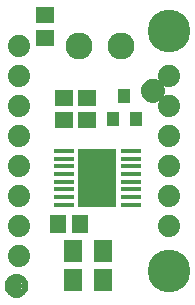
<source format=gbr>
G04 EAGLE Gerber RS-274X export*
G75*
%MOMM*%
%FSLAX34Y34*%
%LPD*%
%INSoldermask Top*%
%IPPOS*%
%AMOC8*
5,1,8,0,0,1.08239X$1,22.5*%
G01*
%ADD10R,1.701600X0.401600*%
%ADD11R,3.301600X4.901600*%
%ADD12R,1.501600X1.901600*%
%ADD13C,2.286000*%
%ADD14R,1.101600X1.301600*%
%ADD15R,1.341600X1.601600*%
%ADD16R,1.601600X1.341600*%
%ADD17C,1.101600*%
%ADD18C,0.500000*%
%ADD19C,3.617600*%
%ADD20C,1.879600*%


D10*
X96580Y68690D03*
X96580Y75190D03*
X96580Y81690D03*
X96580Y88190D03*
X96580Y94690D03*
X96580Y101190D03*
X96580Y107690D03*
X96580Y114190D03*
X40580Y114190D03*
X40580Y107690D03*
X40580Y101190D03*
X40580Y94690D03*
X40580Y88190D03*
X40580Y81690D03*
X40580Y75190D03*
X40580Y68690D03*
D11*
X68580Y91440D03*
D12*
X73660Y29210D03*
X48260Y29210D03*
X73660Y5080D03*
X48260Y5080D03*
D13*
X53120Y203200D03*
X88120Y203200D03*
D14*
X91440Y161130D03*
X100940Y141130D03*
X81940Y141130D03*
D15*
X34950Y52070D03*
X53950Y52070D03*
D16*
X40640Y159360D03*
X40640Y140360D03*
X24130Y210210D03*
X24130Y229210D03*
X59690Y159360D03*
X59690Y140360D03*
D17*
X115570Y165100D03*
D18*
X115570Y172600D02*
X115389Y172598D01*
X115208Y172591D01*
X115027Y172580D01*
X114846Y172565D01*
X114666Y172545D01*
X114486Y172521D01*
X114307Y172493D01*
X114129Y172460D01*
X113952Y172423D01*
X113775Y172382D01*
X113600Y172337D01*
X113425Y172287D01*
X113252Y172233D01*
X113081Y172175D01*
X112910Y172113D01*
X112742Y172046D01*
X112575Y171976D01*
X112409Y171902D01*
X112246Y171823D01*
X112085Y171741D01*
X111925Y171655D01*
X111768Y171565D01*
X111613Y171471D01*
X111460Y171374D01*
X111310Y171272D01*
X111162Y171168D01*
X111016Y171059D01*
X110874Y170948D01*
X110734Y170832D01*
X110597Y170714D01*
X110462Y170592D01*
X110331Y170467D01*
X110203Y170339D01*
X110078Y170208D01*
X109956Y170073D01*
X109838Y169936D01*
X109722Y169796D01*
X109611Y169654D01*
X109502Y169508D01*
X109398Y169360D01*
X109296Y169210D01*
X109199Y169057D01*
X109105Y168902D01*
X109015Y168745D01*
X108929Y168585D01*
X108847Y168424D01*
X108768Y168261D01*
X108694Y168095D01*
X108624Y167928D01*
X108557Y167760D01*
X108495Y167589D01*
X108437Y167418D01*
X108383Y167245D01*
X108333Y167070D01*
X108288Y166895D01*
X108247Y166718D01*
X108210Y166541D01*
X108177Y166363D01*
X108149Y166184D01*
X108125Y166004D01*
X108105Y165824D01*
X108090Y165643D01*
X108079Y165462D01*
X108072Y165281D01*
X108070Y165100D01*
X115570Y172600D02*
X115751Y172598D01*
X115932Y172591D01*
X116113Y172580D01*
X116294Y172565D01*
X116474Y172545D01*
X116654Y172521D01*
X116833Y172493D01*
X117011Y172460D01*
X117188Y172423D01*
X117365Y172382D01*
X117540Y172337D01*
X117715Y172287D01*
X117888Y172233D01*
X118059Y172175D01*
X118230Y172113D01*
X118398Y172046D01*
X118565Y171976D01*
X118731Y171902D01*
X118894Y171823D01*
X119055Y171741D01*
X119215Y171655D01*
X119372Y171565D01*
X119527Y171471D01*
X119680Y171374D01*
X119830Y171272D01*
X119978Y171168D01*
X120124Y171059D01*
X120266Y170948D01*
X120406Y170832D01*
X120543Y170714D01*
X120678Y170592D01*
X120809Y170467D01*
X120937Y170339D01*
X121062Y170208D01*
X121184Y170073D01*
X121302Y169936D01*
X121418Y169796D01*
X121529Y169654D01*
X121638Y169508D01*
X121742Y169360D01*
X121844Y169210D01*
X121941Y169057D01*
X122035Y168902D01*
X122125Y168745D01*
X122211Y168585D01*
X122293Y168424D01*
X122372Y168261D01*
X122446Y168095D01*
X122516Y167928D01*
X122583Y167760D01*
X122645Y167589D01*
X122703Y167418D01*
X122757Y167245D01*
X122807Y167070D01*
X122852Y166895D01*
X122893Y166718D01*
X122930Y166541D01*
X122963Y166363D01*
X122991Y166184D01*
X123015Y166004D01*
X123035Y165824D01*
X123050Y165643D01*
X123061Y165462D01*
X123068Y165281D01*
X123070Y165100D01*
X123068Y164919D01*
X123061Y164738D01*
X123050Y164557D01*
X123035Y164376D01*
X123015Y164196D01*
X122991Y164016D01*
X122963Y163837D01*
X122930Y163659D01*
X122893Y163482D01*
X122852Y163305D01*
X122807Y163130D01*
X122757Y162955D01*
X122703Y162782D01*
X122645Y162611D01*
X122583Y162440D01*
X122516Y162272D01*
X122446Y162105D01*
X122372Y161939D01*
X122293Y161776D01*
X122211Y161615D01*
X122125Y161455D01*
X122035Y161298D01*
X121941Y161143D01*
X121844Y160990D01*
X121742Y160840D01*
X121638Y160692D01*
X121529Y160546D01*
X121418Y160404D01*
X121302Y160264D01*
X121184Y160127D01*
X121062Y159992D01*
X120937Y159861D01*
X120809Y159733D01*
X120678Y159608D01*
X120543Y159486D01*
X120406Y159368D01*
X120266Y159252D01*
X120124Y159141D01*
X119978Y159032D01*
X119830Y158928D01*
X119680Y158826D01*
X119527Y158729D01*
X119372Y158635D01*
X119215Y158545D01*
X119055Y158459D01*
X118894Y158377D01*
X118731Y158298D01*
X118565Y158224D01*
X118398Y158154D01*
X118230Y158087D01*
X118059Y158025D01*
X117888Y157967D01*
X117715Y157913D01*
X117540Y157863D01*
X117365Y157818D01*
X117188Y157777D01*
X117011Y157740D01*
X116833Y157707D01*
X116654Y157679D01*
X116474Y157655D01*
X116294Y157635D01*
X116113Y157620D01*
X115932Y157609D01*
X115751Y157602D01*
X115570Y157600D01*
X115389Y157602D01*
X115208Y157609D01*
X115027Y157620D01*
X114846Y157635D01*
X114666Y157655D01*
X114486Y157679D01*
X114307Y157707D01*
X114129Y157740D01*
X113952Y157777D01*
X113775Y157818D01*
X113600Y157863D01*
X113425Y157913D01*
X113252Y157967D01*
X113081Y158025D01*
X112910Y158087D01*
X112742Y158154D01*
X112575Y158224D01*
X112409Y158298D01*
X112246Y158377D01*
X112085Y158459D01*
X111925Y158545D01*
X111768Y158635D01*
X111613Y158729D01*
X111460Y158826D01*
X111310Y158928D01*
X111162Y159032D01*
X111016Y159141D01*
X110874Y159252D01*
X110734Y159368D01*
X110597Y159486D01*
X110462Y159608D01*
X110331Y159733D01*
X110203Y159861D01*
X110078Y159992D01*
X109956Y160127D01*
X109838Y160264D01*
X109722Y160404D01*
X109611Y160546D01*
X109502Y160692D01*
X109398Y160840D01*
X109296Y160990D01*
X109199Y161143D01*
X109105Y161298D01*
X109015Y161455D01*
X108929Y161615D01*
X108847Y161776D01*
X108768Y161939D01*
X108694Y162105D01*
X108624Y162272D01*
X108557Y162440D01*
X108495Y162611D01*
X108437Y162782D01*
X108383Y162955D01*
X108333Y163130D01*
X108288Y163305D01*
X108247Y163482D01*
X108210Y163659D01*
X108177Y163837D01*
X108149Y164016D01*
X108125Y164196D01*
X108105Y164376D01*
X108090Y164557D01*
X108079Y164738D01*
X108072Y164919D01*
X108070Y165100D01*
D17*
X0Y0D03*
D18*
X0Y7500D02*
X-181Y7498D01*
X-362Y7491D01*
X-543Y7480D01*
X-724Y7465D01*
X-904Y7445D01*
X-1084Y7421D01*
X-1263Y7393D01*
X-1441Y7360D01*
X-1618Y7323D01*
X-1795Y7282D01*
X-1970Y7237D01*
X-2145Y7187D01*
X-2318Y7133D01*
X-2489Y7075D01*
X-2660Y7013D01*
X-2828Y6946D01*
X-2995Y6876D01*
X-3161Y6802D01*
X-3324Y6723D01*
X-3485Y6641D01*
X-3645Y6555D01*
X-3802Y6465D01*
X-3957Y6371D01*
X-4110Y6274D01*
X-4260Y6172D01*
X-4408Y6068D01*
X-4554Y5959D01*
X-4696Y5848D01*
X-4836Y5732D01*
X-4973Y5614D01*
X-5108Y5492D01*
X-5239Y5367D01*
X-5367Y5239D01*
X-5492Y5108D01*
X-5614Y4973D01*
X-5732Y4836D01*
X-5848Y4696D01*
X-5959Y4554D01*
X-6068Y4408D01*
X-6172Y4260D01*
X-6274Y4110D01*
X-6371Y3957D01*
X-6465Y3802D01*
X-6555Y3645D01*
X-6641Y3485D01*
X-6723Y3324D01*
X-6802Y3161D01*
X-6876Y2995D01*
X-6946Y2828D01*
X-7013Y2660D01*
X-7075Y2489D01*
X-7133Y2318D01*
X-7187Y2145D01*
X-7237Y1970D01*
X-7282Y1795D01*
X-7323Y1618D01*
X-7360Y1441D01*
X-7393Y1263D01*
X-7421Y1084D01*
X-7445Y904D01*
X-7465Y724D01*
X-7480Y543D01*
X-7491Y362D01*
X-7498Y181D01*
X-7500Y0D01*
X0Y7500D02*
X181Y7498D01*
X362Y7491D01*
X543Y7480D01*
X724Y7465D01*
X904Y7445D01*
X1084Y7421D01*
X1263Y7393D01*
X1441Y7360D01*
X1618Y7323D01*
X1795Y7282D01*
X1970Y7237D01*
X2145Y7187D01*
X2318Y7133D01*
X2489Y7075D01*
X2660Y7013D01*
X2828Y6946D01*
X2995Y6876D01*
X3161Y6802D01*
X3324Y6723D01*
X3485Y6641D01*
X3645Y6555D01*
X3802Y6465D01*
X3957Y6371D01*
X4110Y6274D01*
X4260Y6172D01*
X4408Y6068D01*
X4554Y5959D01*
X4696Y5848D01*
X4836Y5732D01*
X4973Y5614D01*
X5108Y5492D01*
X5239Y5367D01*
X5367Y5239D01*
X5492Y5108D01*
X5614Y4973D01*
X5732Y4836D01*
X5848Y4696D01*
X5959Y4554D01*
X6068Y4408D01*
X6172Y4260D01*
X6274Y4110D01*
X6371Y3957D01*
X6465Y3802D01*
X6555Y3645D01*
X6641Y3485D01*
X6723Y3324D01*
X6802Y3161D01*
X6876Y2995D01*
X6946Y2828D01*
X7013Y2660D01*
X7075Y2489D01*
X7133Y2318D01*
X7187Y2145D01*
X7237Y1970D01*
X7282Y1795D01*
X7323Y1618D01*
X7360Y1441D01*
X7393Y1263D01*
X7421Y1084D01*
X7445Y904D01*
X7465Y724D01*
X7480Y543D01*
X7491Y362D01*
X7498Y181D01*
X7500Y0D01*
X7498Y-181D01*
X7491Y-362D01*
X7480Y-543D01*
X7465Y-724D01*
X7445Y-904D01*
X7421Y-1084D01*
X7393Y-1263D01*
X7360Y-1441D01*
X7323Y-1618D01*
X7282Y-1795D01*
X7237Y-1970D01*
X7187Y-2145D01*
X7133Y-2318D01*
X7075Y-2489D01*
X7013Y-2660D01*
X6946Y-2828D01*
X6876Y-2995D01*
X6802Y-3161D01*
X6723Y-3324D01*
X6641Y-3485D01*
X6555Y-3645D01*
X6465Y-3802D01*
X6371Y-3957D01*
X6274Y-4110D01*
X6172Y-4260D01*
X6068Y-4408D01*
X5959Y-4554D01*
X5848Y-4696D01*
X5732Y-4836D01*
X5614Y-4973D01*
X5492Y-5108D01*
X5367Y-5239D01*
X5239Y-5367D01*
X5108Y-5492D01*
X4973Y-5614D01*
X4836Y-5732D01*
X4696Y-5848D01*
X4554Y-5959D01*
X4408Y-6068D01*
X4260Y-6172D01*
X4110Y-6274D01*
X3957Y-6371D01*
X3802Y-6465D01*
X3645Y-6555D01*
X3485Y-6641D01*
X3324Y-6723D01*
X3161Y-6802D01*
X2995Y-6876D01*
X2828Y-6946D01*
X2660Y-7013D01*
X2489Y-7075D01*
X2318Y-7133D01*
X2145Y-7187D01*
X1970Y-7237D01*
X1795Y-7282D01*
X1618Y-7323D01*
X1441Y-7360D01*
X1263Y-7393D01*
X1084Y-7421D01*
X904Y-7445D01*
X724Y-7465D01*
X543Y-7480D01*
X362Y-7491D01*
X181Y-7498D01*
X0Y-7500D01*
X-181Y-7498D01*
X-362Y-7491D01*
X-543Y-7480D01*
X-724Y-7465D01*
X-904Y-7445D01*
X-1084Y-7421D01*
X-1263Y-7393D01*
X-1441Y-7360D01*
X-1618Y-7323D01*
X-1795Y-7282D01*
X-1970Y-7237D01*
X-2145Y-7187D01*
X-2318Y-7133D01*
X-2489Y-7075D01*
X-2660Y-7013D01*
X-2828Y-6946D01*
X-2995Y-6876D01*
X-3161Y-6802D01*
X-3324Y-6723D01*
X-3485Y-6641D01*
X-3645Y-6555D01*
X-3802Y-6465D01*
X-3957Y-6371D01*
X-4110Y-6274D01*
X-4260Y-6172D01*
X-4408Y-6068D01*
X-4554Y-5959D01*
X-4696Y-5848D01*
X-4836Y-5732D01*
X-4973Y-5614D01*
X-5108Y-5492D01*
X-5239Y-5367D01*
X-5367Y-5239D01*
X-5492Y-5108D01*
X-5614Y-4973D01*
X-5732Y-4836D01*
X-5848Y-4696D01*
X-5959Y-4554D01*
X-6068Y-4408D01*
X-6172Y-4260D01*
X-6274Y-4110D01*
X-6371Y-3957D01*
X-6465Y-3802D01*
X-6555Y-3645D01*
X-6641Y-3485D01*
X-6723Y-3324D01*
X-6802Y-3161D01*
X-6876Y-2995D01*
X-6946Y-2828D01*
X-7013Y-2660D01*
X-7075Y-2489D01*
X-7133Y-2318D01*
X-7187Y-2145D01*
X-7237Y-1970D01*
X-7282Y-1795D01*
X-7323Y-1618D01*
X-7360Y-1441D01*
X-7393Y-1263D01*
X-7421Y-1084D01*
X-7445Y-904D01*
X-7465Y-724D01*
X-7480Y-543D01*
X-7491Y-362D01*
X-7498Y-181D01*
X-7500Y0D01*
D19*
X129540Y215900D03*
X129540Y12700D03*
D20*
X129540Y76200D03*
X129540Y50800D03*
X129540Y127000D03*
X129540Y101600D03*
X129540Y152400D03*
X129540Y177800D03*
X2540Y203200D03*
X2540Y177800D03*
X2540Y152400D03*
X2540Y127000D03*
X2540Y101600D03*
X2540Y76200D03*
X2540Y50800D03*
X2540Y25400D03*
M02*

</source>
